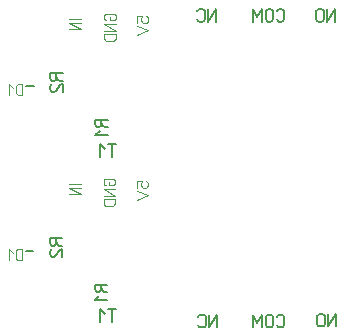
<source format=gbr>
%FSLAX32Y32*%
%MOMM*%
%LNBESTUECKUNG1*%
G71*
G01*
%ADD10C, 0.11*%
%ADD11C, 0.13*%
%ADD12C, 0.12*%
%LPD*%
G54D10*
X1629Y6736D02*
X1629Y6825D01*
X1595Y6825D01*
X1582Y6820D01*
X1575Y6808D01*
X1575Y6753D01*
X1582Y6742D01*
X1595Y6736D01*
X1629Y6736D01*
G54D10*
X1552Y6792D02*
X1518Y6825D01*
X1518Y6736D01*
G54D11*
X2298Y6494D02*
X2312Y6470D01*
X2325Y6462D01*
X2352Y6462D01*
G54D11*
X2352Y6526D02*
X2245Y6526D01*
X2245Y6486D01*
X2252Y6470D01*
X2265Y6462D01*
X2278Y6462D01*
X2292Y6470D01*
X2298Y6486D01*
X2298Y6526D01*
G54D11*
X2285Y6433D02*
X2245Y6393D01*
X2352Y6393D01*
G54D11*
X2390Y6212D02*
X2390Y6319D01*
G54D11*
X2422Y6319D02*
X2358Y6319D01*
G54D11*
X2329Y6279D02*
X2289Y6319D01*
X2289Y6212D01*
G54D11*
X3785Y8772D02*
X3793Y8759D01*
X3809Y8752D01*
X3825Y8752D01*
X3841Y8759D01*
X3849Y8772D01*
X3849Y8839D01*
X3841Y8852D01*
X3825Y8859D01*
X3809Y8859D01*
X3793Y8852D01*
X3785Y8839D01*
G54D11*
X3692Y8839D02*
X3692Y8772D01*
X3700Y8759D01*
X3716Y8752D01*
X3732Y8752D01*
X3748Y8759D01*
X3756Y8772D01*
X3756Y8839D01*
X3748Y8852D01*
X3732Y8859D01*
X3716Y8859D01*
X3700Y8852D01*
X3692Y8839D01*
G54D11*
X3663Y8752D02*
X3663Y8859D01*
X3623Y8792D01*
X3583Y8859D01*
X3583Y8752D01*
G54D11*
X4279Y8752D02*
X4279Y8859D01*
X4215Y8752D01*
X4215Y8859D01*
G54D11*
X4122Y8839D02*
X4122Y8772D01*
X4130Y8759D01*
X4146Y8752D01*
X4162Y8752D01*
X4178Y8759D01*
X4186Y8772D01*
X4186Y8839D01*
X4178Y8852D01*
X4162Y8859D01*
X4146Y8859D01*
X4130Y8852D01*
X4122Y8839D01*
G54D11*
X3272Y8752D02*
X3272Y8859D01*
X3208Y8752D01*
X3208Y8859D01*
G54D11*
X3115Y8772D02*
X3123Y8759D01*
X3139Y8752D01*
X3155Y8752D01*
X3171Y8759D01*
X3179Y8772D01*
X3179Y8839D01*
X3171Y8852D01*
X3155Y8859D01*
X3139Y8859D01*
X3123Y8852D01*
X3115Y8839D01*
G54D11*
X1662Y6807D02*
X1726Y6807D01*
G54D11*
X1917Y6887D02*
X1931Y6863D01*
X1944Y6855D01*
X1971Y6855D01*
G54D11*
X1971Y6919D02*
X1864Y6919D01*
X1864Y6879D01*
X1871Y6863D01*
X1884Y6855D01*
X1897Y6855D01*
X1911Y6863D01*
X1917Y6879D01*
X1917Y6919D01*
G54D11*
X1971Y6762D02*
X1971Y6826D01*
X1964Y6826D01*
X1951Y6818D01*
X1911Y6770D01*
X1897Y6762D01*
X1884Y6762D01*
X1871Y6770D01*
X1864Y6786D01*
X1864Y6802D01*
X1871Y6818D01*
X1884Y6826D01*
G54D12*
X2125Y7375D02*
X2028Y7375D01*
G54D12*
X2125Y7348D02*
X2028Y7348D01*
X2125Y7290D01*
X2028Y7290D01*
G54D12*
X2369Y7395D02*
X2369Y7365D01*
X2400Y7365D01*
X2412Y7373D01*
X2418Y7387D01*
X2418Y7402D01*
X2412Y7417D01*
X2400Y7424D01*
X2339Y7424D01*
X2326Y7417D01*
X2320Y7402D01*
X2320Y7387D01*
X2326Y7373D01*
X2339Y7365D01*
G54D12*
X2418Y7338D02*
X2320Y7338D01*
X2418Y7279D01*
X2320Y7279D01*
G54D12*
X2418Y7252D02*
X2320Y7252D01*
X2320Y7215D01*
X2326Y7201D01*
X2339Y7193D01*
X2400Y7193D01*
X2412Y7201D01*
X2418Y7215D01*
X2418Y7252D01*
G54D12*
X2599Y7346D02*
X2599Y7404D01*
X2642Y7404D01*
X2642Y7397D01*
X2635Y7382D01*
X2635Y7368D01*
X2642Y7353D01*
X2654Y7346D01*
X2678Y7346D01*
X2690Y7353D01*
X2697Y7368D01*
X2697Y7382D01*
X2690Y7397D01*
X2678Y7404D01*
G54D12*
X2599Y7318D02*
X2697Y7282D01*
X2599Y7245D01*
G54D10*
X1632Y8133D02*
X1632Y8222D01*
X1598Y8222D01*
X1585Y8217D01*
X1578Y8205D01*
X1578Y8150D01*
X1585Y8139D01*
X1598Y8133D01*
X1632Y8133D01*
G54D10*
X1555Y8189D02*
X1521Y8222D01*
X1521Y8133D01*
G54D11*
X2301Y7891D02*
X2315Y7867D01*
X2328Y7859D01*
X2355Y7859D01*
G54D11*
X2355Y7923D02*
X2248Y7923D01*
X2248Y7883D01*
X2255Y7867D01*
X2268Y7859D01*
X2281Y7859D01*
X2295Y7867D01*
X2301Y7883D01*
X2301Y7923D01*
G54D11*
X2288Y7830D02*
X2248Y7790D01*
X2355Y7790D01*
G54D11*
X2393Y7609D02*
X2393Y7716D01*
G54D11*
X2425Y7716D02*
X2361Y7716D01*
G54D11*
X2332Y7676D02*
X2292Y7716D01*
X2292Y7609D01*
G54D11*
X1665Y8204D02*
X1729Y8204D01*
G54D11*
X1920Y8284D02*
X1934Y8260D01*
X1947Y8252D01*
X1974Y8252D01*
G54D11*
X1974Y8316D02*
X1867Y8316D01*
X1867Y8276D01*
X1874Y8260D01*
X1887Y8252D01*
X1900Y8252D01*
X1914Y8260D01*
X1920Y8276D01*
X1920Y8316D01*
G54D11*
X1974Y8159D02*
X1974Y8223D01*
X1967Y8223D01*
X1954Y8215D01*
X1914Y8167D01*
X1900Y8159D01*
X1887Y8159D01*
X1874Y8167D01*
X1867Y8183D01*
X1867Y8199D01*
X1874Y8215D01*
X1887Y8223D01*
G54D12*
X2128Y8772D02*
X2031Y8772D01*
G54D12*
X2128Y8745D02*
X2031Y8745D01*
X2128Y8687D01*
X2031Y8687D01*
G54D12*
X2372Y8792D02*
X2372Y8762D01*
X2403Y8762D01*
X2415Y8770D01*
X2421Y8784D01*
X2421Y8799D01*
X2415Y8814D01*
X2403Y8821D01*
X2342Y8821D01*
X2329Y8814D01*
X2323Y8799D01*
X2323Y8784D01*
X2329Y8770D01*
X2342Y8762D01*
G54D12*
X2421Y8735D02*
X2323Y8735D01*
X2421Y8676D01*
X2323Y8676D01*
G54D12*
X2421Y8649D02*
X2323Y8649D01*
X2323Y8612D01*
X2329Y8598D01*
X2342Y8590D01*
X2403Y8590D01*
X2415Y8598D01*
X2421Y8612D01*
X2421Y8649D01*
G54D12*
X2602Y8743D02*
X2602Y8801D01*
X2645Y8801D01*
X2645Y8794D01*
X2638Y8779D01*
X2638Y8765D01*
X2645Y8750D01*
X2657Y8743D01*
X2681Y8743D01*
X2693Y8750D01*
X2700Y8765D01*
X2700Y8779D01*
X2693Y8794D01*
X2681Y8801D01*
G54D12*
X2602Y8715D02*
X2700Y8679D01*
X2602Y8642D01*
G54D11*
X3280Y6165D02*
X3280Y6271D01*
X3216Y6165D01*
X3216Y6271D01*
G54D11*
X3123Y6185D02*
X3131Y6171D01*
X3147Y6165D01*
X3163Y6165D01*
X3179Y6171D01*
X3187Y6185D01*
X3187Y6251D01*
X3179Y6265D01*
X3163Y6271D01*
X3147Y6271D01*
X3131Y6265D01*
X3123Y6251D01*
G54D11*
X3785Y6185D02*
X3793Y6171D01*
X3809Y6165D01*
X3825Y6165D01*
X3841Y6171D01*
X3849Y6185D01*
X3849Y6251D01*
X3841Y6265D01*
X3825Y6271D01*
X3809Y6271D01*
X3793Y6265D01*
X3785Y6251D01*
G54D11*
X3692Y6251D02*
X3692Y6185D01*
X3700Y6171D01*
X3716Y6165D01*
X3732Y6165D01*
X3748Y6171D01*
X3756Y6185D01*
X3756Y6251D01*
X3748Y6265D01*
X3732Y6271D01*
X3716Y6271D01*
X3700Y6265D01*
X3692Y6251D01*
G54D11*
X3663Y6165D02*
X3663Y6271D01*
X3623Y6205D01*
X3583Y6271D01*
X3583Y6165D01*
G54D11*
X4287Y6172D02*
X4287Y6279D01*
X4223Y6172D01*
X4223Y6279D01*
G54D11*
X4130Y6259D02*
X4130Y6192D01*
X4138Y6179D01*
X4154Y6172D01*
X4170Y6172D01*
X4186Y6179D01*
X4194Y6192D01*
X4194Y6259D01*
X4186Y6272D01*
X4170Y6279D01*
X4154Y6279D01*
X4138Y6272D01*
X4130Y6259D01*
M02*

</source>
